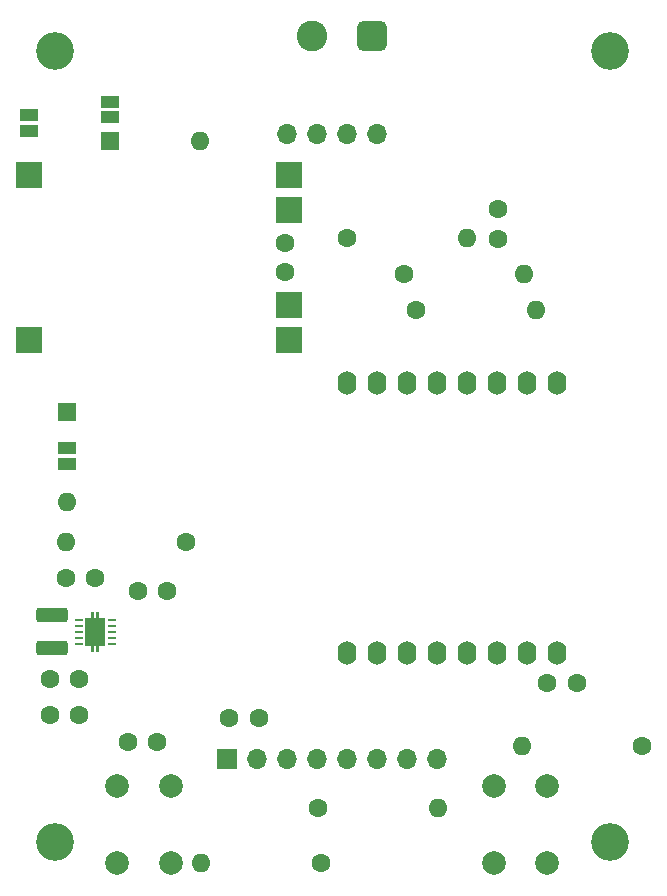
<source format=gbs>
G04 #@! TF.GenerationSoftware,KiCad,Pcbnew,8.99.0-3309-gecdc7ee08f-dirty*
G04 #@! TF.CreationDate,2024-12-18T14:42:25+01:00*
G04 #@! TF.ProjectId,aniweather,616e6977-6561-4746-9865-722e6b696361,v1.12*
G04 #@! TF.SameCoordinates,Original*
G04 #@! TF.FileFunction,Soldermask,Bot*
G04 #@! TF.FilePolarity,Negative*
%FSLAX46Y46*%
G04 Gerber Fmt 4.6, Leading zero omitted, Abs format (unit mm)*
G04 Created by KiCad (PCBNEW 8.99.0-3309-gecdc7ee08f-dirty) date 2024-12-18 14:42:25*
%MOMM*%
%LPD*%
G01*
G04 APERTURE LIST*
G04 Aperture macros list*
%AMRoundRect*
0 Rectangle with rounded corners*
0 $1 Rounding radius*
0 $2 $3 $4 $5 $6 $7 $8 $9 X,Y pos of 4 corners*
0 Add a 4 corners polygon primitive as box body*
4,1,4,$2,$3,$4,$5,$6,$7,$8,$9,$2,$3,0*
0 Add four circle primitives for the rounded corners*
1,1,$1+$1,$2,$3*
1,1,$1+$1,$4,$5*
1,1,$1+$1,$6,$7*
1,1,$1+$1,$8,$9*
0 Add four rect primitives between the rounded corners*
20,1,$1+$1,$2,$3,$4,$5,0*
20,1,$1+$1,$4,$5,$6,$7,0*
20,1,$1+$1,$6,$7,$8,$9,0*
20,1,$1+$1,$8,$9,$2,$3,0*%
%AMFreePoly0*
4,1,21,-0.125000,1.200000,0.125000,1.200000,0.125000,1.700000,0.375000,1.700000,0.375000,1.200000,0.825000,1.200000,0.825000,-1.200000,0.375000,-1.200000,0.375000,-1.700000,0.125000,-1.700000,0.125000,-1.200000,-0.125000,-1.200000,-0.125000,-1.700000,-0.375000,-1.700000,-0.375000,-1.200000,-0.825000,-1.200000,-0.825000,1.200000,-0.375000,1.200000,-0.375000,1.700000,-0.125000,1.700000,
-0.125000,1.200000,-0.125000,1.200000,$1*%
G04 Aperture macros list end*
%ADD10R,1.600000X1.600000*%
%ADD11O,1.600000X1.600000*%
%ADD12C,1.600000*%
%ADD13R,1.700000X1.700000*%
%ADD14O,1.700000X1.700000*%
%ADD15R,2.200000X2.200000*%
%ADD16C,3.200000*%
%ADD17O,1.600000X2.000000*%
%ADD18C,2.000000*%
%ADD19RoundRect,0.250000X1.075000X-0.375000X1.075000X0.375000X-1.075000X0.375000X-1.075000X-0.375000X0*%
%ADD20RoundRect,0.650000X0.650000X0.650000X-0.650000X0.650000X-0.650000X-0.650000X0.650000X-0.650000X0*%
%ADD21C,2.600000*%
%ADD22RoundRect,0.060000X-0.240000X-0.060000X0.240000X-0.060000X0.240000X0.060000X-0.240000X0.060000X0*%
%ADD23FreePoly0,0.000000*%
%ADD24R,1.500000X1.000000*%
G04 APERTURE END LIST*
D10*
X117700000Y-98032500D03*
D11*
X117700000Y-105652500D03*
D12*
X136200000Y-83675000D03*
X136200000Y-86175000D03*
X147250000Y-89375000D03*
D11*
X157410000Y-89375000D03*
D12*
X166380000Y-126325000D03*
D11*
X156220000Y-126325000D03*
D13*
X131315000Y-127425000D03*
D14*
X133855000Y-127425000D03*
X136395000Y-127425000D03*
X138935000Y-127425000D03*
X141475000Y-127425000D03*
X144015000Y-127425000D03*
X146555000Y-127425000D03*
X149095000Y-127425000D03*
X136395000Y-74425000D03*
X138935000Y-74425000D03*
X141475000Y-74425000D03*
X144015000Y-74425000D03*
D12*
X146250000Y-86325000D03*
D11*
X156410000Y-86325000D03*
D12*
X138940000Y-131525000D03*
D11*
X149100000Y-131525000D03*
D15*
X136500000Y-80925000D03*
X136500000Y-88925000D03*
X136500000Y-77925000D03*
X136500000Y-91925000D03*
X114500000Y-77925000D03*
X114500000Y-91925000D03*
D16*
X163700000Y-134425000D03*
D10*
X121365000Y-75100000D03*
D11*
X128985000Y-75100000D03*
D17*
X151620000Y-118425000D03*
X149080000Y-118425000D03*
X146540000Y-118425000D03*
X144000000Y-118425000D03*
X154160000Y-118425000D03*
X156700000Y-118425000D03*
X154160000Y-95565000D03*
X151620000Y-95565000D03*
X149080000Y-95565000D03*
X146540000Y-95565000D03*
X141460000Y-118425000D03*
X159240000Y-118425000D03*
X156700000Y-95565000D03*
X159240000Y-95565000D03*
X144000000Y-95565000D03*
X141460000Y-95565000D03*
D12*
X154225000Y-80825000D03*
X154225000Y-83325000D03*
X141450000Y-83275000D03*
D11*
X151610000Y-83275000D03*
D18*
X158400000Y-129675000D03*
X158400000Y-136175000D03*
X153900000Y-129675000D03*
X153900000Y-136175000D03*
D12*
X122850000Y-125925000D03*
X125350000Y-125925000D03*
D16*
X163700000Y-67425000D03*
D12*
X139260000Y-136175000D03*
D11*
X129100000Y-136175000D03*
D12*
X131450000Y-123925000D03*
X133950000Y-123925000D03*
D16*
X116700000Y-134425000D03*
X116700000Y-67425000D03*
D18*
X122000000Y-136175000D03*
X122000000Y-129675000D03*
X126500000Y-136175000D03*
X126500000Y-129675000D03*
D12*
X117625000Y-112050000D03*
X120125000Y-112050000D03*
X158400000Y-120925000D03*
X160900000Y-120925000D03*
X118750000Y-120600000D03*
X116250000Y-120600000D03*
D19*
X116425000Y-117950000D03*
X116425000Y-115150000D03*
D20*
X143530000Y-66175000D03*
D21*
X138450000Y-66175000D03*
D12*
X127785000Y-109050000D03*
D11*
X117625000Y-109050000D03*
D22*
X118725000Y-117650000D03*
X118725000Y-117150000D03*
X118725000Y-116650000D03*
X118725000Y-116150000D03*
X118725000Y-115650000D03*
X121525000Y-115650000D03*
X121525000Y-116150000D03*
X121525000Y-116650000D03*
X121525000Y-117150000D03*
X121525000Y-117650000D03*
D23*
X120125000Y-116650000D03*
D24*
X117700000Y-102375000D03*
X117700000Y-101075000D03*
X121350000Y-71750000D03*
X121350000Y-73050000D03*
X114500000Y-74200000D03*
X114500000Y-72900000D03*
D12*
X126200000Y-113175000D03*
X123700000Y-113175000D03*
X118750000Y-123700000D03*
X116250000Y-123700000D03*
M02*

</source>
